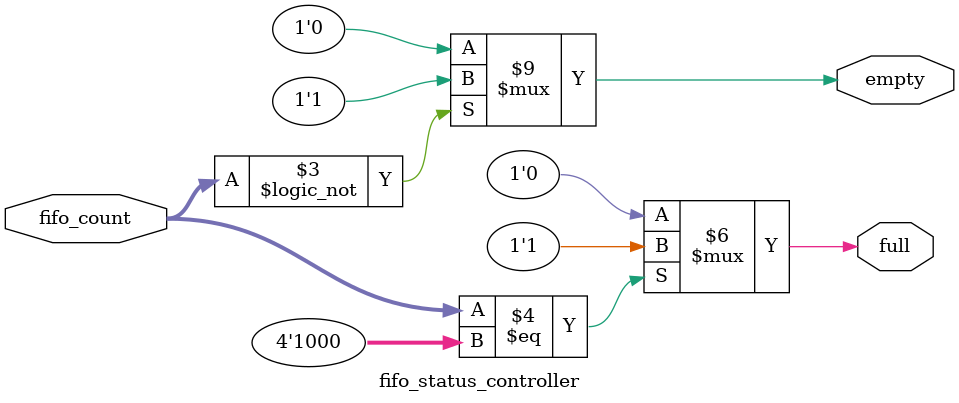
<source format=sv>

module fifo_intr_ctrl #(
  parameter FIFO_DEPTH = 8,
  parameter PTR_WIDTH = $clog2(FIFO_DEPTH)
)(
  input clk, rst_n,
  input [7:0] intr_src,
  input pop,
  output [2:0] intr_id,
  output empty, full
);
  
  // 内部连线
  wire [7:0] intr_src_reg;
  wire [7:0] edge_detected;
  wire write_enable;
  wire [2:0] write_data;
  wire [PTR_WIDTH-1:0] wr_ptr, rd_ptr;
  wire [PTR_WIDTH:0] fifo_count;
  
  // 输入寄存
  input_register u_input_register (
    .clk(clk),
    .rst_n(rst_n),
    .intr_src(intr_src),
    .intr_src_reg(intr_src_reg)
  );
  
  // 边沿检测子模块实例化
  edge_detector u_edge_detector (
    .clk(clk),
    .rst_n(rst_n),
    .intr_src(intr_src_reg),
    .edge_detected(edge_detected)
  );
  
  // 优先级编码器子模块实例化
  priority_encoder u_priority_encoder (
    .edge_detected(edge_detected),
    .write_enable(write_enable),
    .write_data(write_data)
  );
  
  // FIFO存储器子模块实例化
  fifo_memory #(
    .FIFO_DEPTH(FIFO_DEPTH),
    .PTR_WIDTH(PTR_WIDTH)
  ) u_fifo_memory (
    .clk(clk),
    .rst_n(rst_n),
    .write_enable(write_enable),
    .write_data(write_data),
    .pop(pop),
    .full(full),
    .intr_id(intr_id),
    .wr_ptr(wr_ptr),
    .rd_ptr(rd_ptr),
    .fifo_count(fifo_count)
  );
  
  // FIFO状态控制器子模块实例化
  fifo_status_controller #(
    .FIFO_DEPTH(FIFO_DEPTH),
    .PTR_WIDTH(PTR_WIDTH)
  ) u_fifo_status_controller (
    .fifo_count(fifo_count),
    .empty(empty),
    .full(full)
  );
  
endmodule

///////////////////////////////////////////////////////////
// 输入寄存器模块
///////////////////////////////////////////////////////////
module input_register (
  input clk,
  input rst_n,
  input [7:0] intr_src,
  output reg [7:0] intr_src_reg
);
  
  always @(posedge clk or negedge rst_n) begin
    if (!rst_n) begin
      intr_src_reg <= 8'h0;
    end else begin
      intr_src_reg <= intr_src;
    end
  end
  
endmodule

///////////////////////////////////////////////////////////
// 边沿检测器子模块
///////////////////////////////////////////////////////////
module edge_detector (
  input clk,
  input rst_n,
  input [7:0] intr_src,
  output reg [7:0] edge_detected
);
  
  reg [7:0] prev_src;
  wire [7:0] edge_detect_comb;
  
  always @(posedge clk or negedge rst_n) begin
    if (!rst_n) begin
      prev_src <= 8'h0;
      edge_detected <= 8'h0;
    end else begin
      prev_src <= intr_src;
      edge_detected <= edge_detect_comb;
    end
  end
  
  // 上升沿检测组合逻辑
  assign edge_detect_comb = intr_src & ~prev_src;
  
endmodule

///////////////////////////////////////////////////////////
// 优先级编码器子模块
///////////////////////////////////////////////////////////
module priority_encoder (
  input [7:0] edge_detected,
  output reg write_enable,
  output reg [2:0] write_data
);
  
  always @(*) begin
    write_enable = |edge_detected;
    
    // 根据检测到的边沿确定中断ID
    if (edge_detected[0]) begin
      write_data = 3'd0;
    end else if (edge_detected[1]) begin
      write_data = 3'd1;
    end else if (edge_detected[2]) begin
      write_data = 3'd2;
    end else if (edge_detected[3]) begin
      write_data = 3'd3;
    end else if (edge_detected[4]) begin
      write_data = 3'd4;
    end else if (edge_detected[5]) begin
      write_data = 3'd5;
    end else if (edge_detected[6]) begin
      write_data = 3'd6;
    end else if (edge_detected[7]) begin
      write_data = 3'd7;
    end else begin
      write_data = 3'd0;
    end
  end
  
endmodule

///////////////////////////////////////////////////////////
// FIFO内存子模块
///////////////////////////////////////////////////////////
module fifo_memory #(
  parameter FIFO_DEPTH = 8,
  parameter PTR_WIDTH = $clog2(FIFO_DEPTH)
)(
  input clk,
  input rst_n,
  input write_enable,
  input [2:0] write_data,
  input pop,
  input full,
  output reg [2:0] intr_id,
  output reg [PTR_WIDTH-1:0] wr_ptr, rd_ptr,
  output reg [PTR_WIDTH:0] fifo_count
);
  
  // FIFO存储器
  reg [2:0] fifo [0:FIFO_DEPTH-1];
  integer i;
  
  // 组合逻辑信号
  reg [PTR_WIDTH-1:0] next_wr_ptr, next_rd_ptr;
  reg [PTR_WIDTH:0] next_fifo_count;
  reg [2:0] next_intr_id;
  
  // 计算下一个状态
  always @(*) begin
    next_wr_ptr = wr_ptr;
    next_rd_ptr = rd_ptr;
    next_fifo_count = fifo_count;
    next_intr_id = intr_id;
    
    // 写入逻辑
    if (write_enable && !full) begin
      if (wr_ptr == FIFO_DEPTH-1) begin
        next_wr_ptr = {PTR_WIDTH{1'b0}};
      end else begin
        next_wr_ptr = wr_ptr + 1'b1;
      end
      next_fifo_count = fifo_count + 1'b1;
    end
    
    // 读取逻辑
    if (pop && (fifo_count > 0)) begin
      next_intr_id = fifo[rd_ptr];
      if (rd_ptr == FIFO_DEPTH-1) begin
        next_rd_ptr = {PTR_WIDTH{1'b0}};
      end else begin
        next_rd_ptr = rd_ptr + 1'b1;
      end
      next_fifo_count = fifo_count - 1'b1;
    end
  end
  
  // 寄存状态更新
  always @(posedge clk or negedge rst_n) begin
    if (!rst_n) begin
      wr_ptr <= {PTR_WIDTH{1'b0}};
      rd_ptr <= {PTR_WIDTH{1'b0}};
      fifo_count <= {(PTR_WIDTH+1){1'b0}};
      intr_id <= 3'h0;
      
      for (i = 0; i < FIFO_DEPTH; i = i + 1)
        fifo[i] <= 3'h0;
    end else begin
      // 更新FIFO存储器
      if (write_enable && !full) begin
        fifo[wr_ptr] <= write_data;
      end
      
      // 更新指针和计数
      wr_ptr <= next_wr_ptr;
      rd_ptr <= next_rd_ptr;
      fifo_count <= next_fifo_count;
      intr_id <= next_intr_id;
    end
  end
  
endmodule

///////////////////////////////////////////////////////////
// FIFO状态控制器子模块
///////////////////////////////////////////////////////////
module fifo_status_controller #(
  parameter FIFO_DEPTH = 8,
  parameter PTR_WIDTH = $clog2(FIFO_DEPTH)
)(
  input [PTR_WIDTH:0] fifo_count,
  output reg empty,
  output reg full
);
  
  // FIFO状态信号寄存
  always @(*) begin
    if (fifo_count == 0) begin
      empty = 1'b1;
    end else begin
      empty = 1'b0;
    end
    
    if (fifo_count == FIFO_DEPTH) begin
      full = 1'b1;
    end else begin
      full = 1'b0;
    end
  end
  
endmodule
</source>
